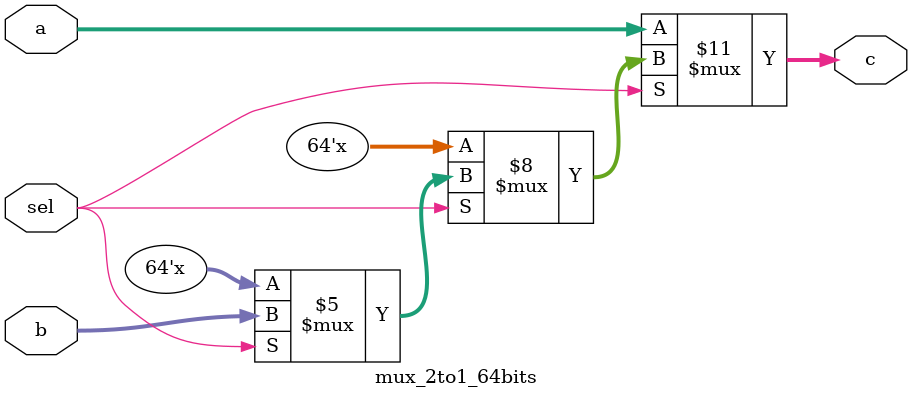
<source format=v>
module mux_2to1_64bits(c,a,b,sel);
	input [63:0]a;
	input [63:0]b;
	input sel;
	output reg[63:0]c;
			
	always@(*)begin 
		if(sel==0)
			c=a;
		else if(sel==1)
			c=b;
		else c=64'hx;
	end
	
endmodule

</source>
